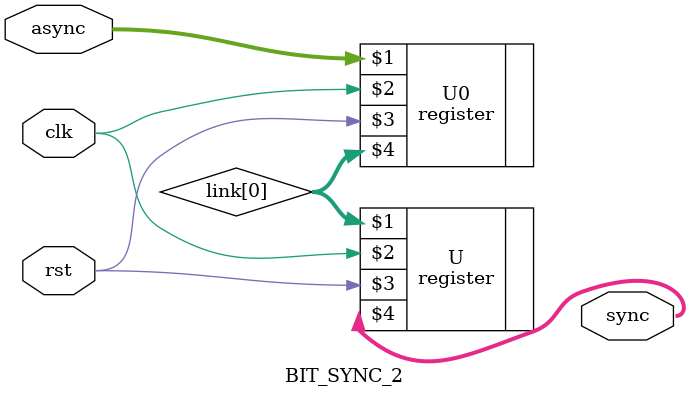
<source format=v>
`timescale 1ns / 1ps

module BIT_SYNC_2 #(parameter BUS_WIDTH = 4 , NUM_STAGES = 2) (
	input [BUS_WIDTH - 1 : 0 ] async ,
	input clk,
	input rst,
	output [BUS_WIDTH - 1 : 0 ] sync
);


wire [BUS_WIDTH - 1:0] link [NUM_STAGES - 1 : 0];

register #(.BUS_WIDTH(BUS_WIDTH)) U0 (async , clk , rst , link [0]);

genvar i  ;

for (i=1 ; i < NUM_STAGES - 1; i=i+1) begin

 register #(.BUS_WIDTH(BUS_WIDTH)) U (link[i-1] , clk , rst , link[i] );
 
end
register #(.BUS_WIDTH(BUS_WIDTH)) U (link[NUM_STAGES - 2] , clk , rst , sync );

endmodule

</source>
